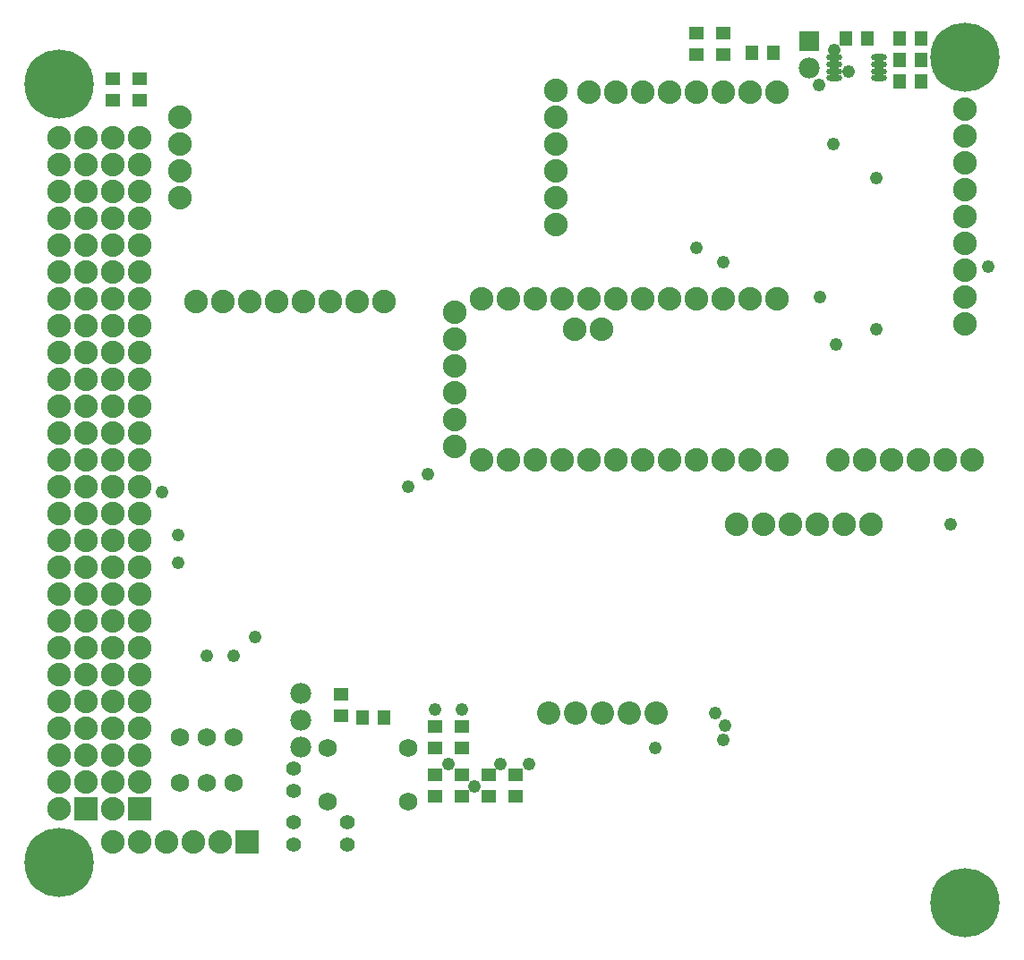
<source format=gts>
G04 Layer_Color=8388736*
%FSLAX25Y25*%
%MOIN*%
G70*
G01*
G75*
%ADD33R,0.04800X0.05800*%
%ADD34R,0.05800X0.04800*%
%ADD35O,0.05918X0.02375*%
%ADD36C,0.07800*%
%ADD37R,0.07800X0.07800*%
%ADD38C,0.08800*%
%ADD39C,0.08674*%
%ADD40C,0.05524*%
%ADD41C,0.06800*%
%ADD42R,0.08800X0.08800*%
%ADD43R,0.08800X0.08800*%
%ADD44C,0.04800*%
%ADD45C,0.25800*%
D33*
X-236500Y89000D02*
D03*
X-244500D02*
D03*
X-91500Y336500D02*
D03*
X-99500D02*
D03*
X-56500Y342000D02*
D03*
X-64500D02*
D03*
X-36500D02*
D03*
X-44500D02*
D03*
X-36500Y326000D02*
D03*
X-44500D02*
D03*
X-36500Y334000D02*
D03*
X-44500D02*
D03*
D34*
X-252500Y97500D02*
D03*
Y89500D02*
D03*
X-207500Y59500D02*
D03*
Y67500D02*
D03*
X-197500Y59500D02*
D03*
Y67500D02*
D03*
X-187500Y59500D02*
D03*
Y67500D02*
D03*
X-217500Y59500D02*
D03*
Y67500D02*
D03*
X-207500Y77500D02*
D03*
Y85500D02*
D03*
X-217500Y77500D02*
D03*
Y85500D02*
D03*
X-337500Y327000D02*
D03*
Y319000D02*
D03*
X-327500Y327000D02*
D03*
Y319000D02*
D03*
X-120000Y336000D02*
D03*
Y344000D02*
D03*
X-110000Y336000D02*
D03*
Y344000D02*
D03*
D35*
X-68768Y334839D02*
D03*
Y332279D02*
D03*
Y329720D02*
D03*
Y327161D02*
D03*
X-52232Y334839D02*
D03*
Y332279D02*
D03*
Y329720D02*
D03*
Y327161D02*
D03*
D36*
X-78000Y331000D02*
D03*
X-267500Y78000D02*
D03*
Y88000D02*
D03*
Y98000D02*
D03*
D37*
X-78000Y341000D02*
D03*
D38*
X-37500Y185000D02*
D03*
X-47500D02*
D03*
X-17500D02*
D03*
X-27500D02*
D03*
X-57500D02*
D03*
X-67500D02*
D03*
X-20000Y265500D02*
D03*
Y255500D02*
D03*
Y315500D02*
D03*
Y305500D02*
D03*
Y235500D02*
D03*
Y245500D02*
D03*
Y295500D02*
D03*
Y285500D02*
D03*
Y275500D02*
D03*
X-65000Y161000D02*
D03*
X-55000D02*
D03*
X-75000D02*
D03*
X-85000D02*
D03*
X-95000D02*
D03*
X-105000D02*
D03*
X-120000Y245000D02*
D03*
X-110000D02*
D03*
X-130000D02*
D03*
X-90000D02*
D03*
X-100000D02*
D03*
X-150000D02*
D03*
X-140000D02*
D03*
X-160000D02*
D03*
X-155500Y233500D02*
D03*
X-165500D02*
D03*
X-90000Y185000D02*
D03*
X-100000D02*
D03*
X-110000D02*
D03*
X-120000D02*
D03*
X-150000D02*
D03*
X-160000D02*
D03*
X-130000D02*
D03*
X-140000D02*
D03*
X-190000Y245000D02*
D03*
X-170000D02*
D03*
X-180000D02*
D03*
X-200000D02*
D03*
X-210000Y240000D02*
D03*
Y220000D02*
D03*
Y230000D02*
D03*
X-190000Y185000D02*
D03*
X-180000D02*
D03*
X-200000D02*
D03*
X-170000D02*
D03*
X-210000Y210000D02*
D03*
Y190000D02*
D03*
Y200000D02*
D03*
X-266500Y244000D02*
D03*
X-256500D02*
D03*
X-306500D02*
D03*
X-296500D02*
D03*
X-236500D02*
D03*
X-246500D02*
D03*
X-286500D02*
D03*
X-276500D02*
D03*
X-100000Y322000D02*
D03*
X-90000D02*
D03*
X-130000D02*
D03*
X-110000D02*
D03*
X-120000D02*
D03*
X-140000D02*
D03*
X-150000D02*
D03*
X-160000D02*
D03*
X-172500Y322500D02*
D03*
Y312500D02*
D03*
Y302500D02*
D03*
Y272500D02*
D03*
Y292500D02*
D03*
Y282500D02*
D03*
X-312500Y312500D02*
D03*
Y302500D02*
D03*
Y292500D02*
D03*
Y282500D02*
D03*
X-307500Y42500D02*
D03*
X-297500D02*
D03*
X-317500D02*
D03*
X-327500D02*
D03*
X-337500D02*
D03*
Y55000D02*
D03*
X-327500Y65000D02*
D03*
X-337500D02*
D03*
X-327500Y75000D02*
D03*
X-337500D02*
D03*
X-327500Y85000D02*
D03*
X-337500D02*
D03*
X-327500Y95000D02*
D03*
X-337500D02*
D03*
X-327500Y105000D02*
D03*
X-337500D02*
D03*
X-327500Y115000D02*
D03*
X-337500D02*
D03*
X-327500Y125000D02*
D03*
X-337500D02*
D03*
X-327500Y135000D02*
D03*
X-337500D02*
D03*
X-327500Y145000D02*
D03*
X-337500D02*
D03*
X-327500Y155000D02*
D03*
X-337500D02*
D03*
X-327500Y165000D02*
D03*
X-337500D02*
D03*
X-327500Y175000D02*
D03*
X-337500D02*
D03*
X-327500Y185000D02*
D03*
X-337500D02*
D03*
X-327500Y195000D02*
D03*
X-337500D02*
D03*
X-327500Y205000D02*
D03*
X-337500D02*
D03*
X-327500Y215000D02*
D03*
X-337500D02*
D03*
X-327500Y225000D02*
D03*
X-337500D02*
D03*
X-327500Y235000D02*
D03*
X-337500D02*
D03*
X-327500Y245000D02*
D03*
X-337500D02*
D03*
X-327500Y255000D02*
D03*
X-337500D02*
D03*
X-327500Y265000D02*
D03*
X-337500D02*
D03*
X-327500Y275000D02*
D03*
X-337500D02*
D03*
X-327500Y285000D02*
D03*
X-337500D02*
D03*
X-327500Y295000D02*
D03*
X-337500D02*
D03*
Y305000D02*
D03*
X-327500D02*
D03*
X-357500Y55000D02*
D03*
X-347500Y65000D02*
D03*
X-357500D02*
D03*
X-347500Y75000D02*
D03*
X-357500D02*
D03*
X-347500Y85000D02*
D03*
X-357500D02*
D03*
X-347500Y95000D02*
D03*
X-357500D02*
D03*
X-347500Y105000D02*
D03*
X-357500D02*
D03*
X-347500Y115000D02*
D03*
X-357500D02*
D03*
X-347500Y125000D02*
D03*
X-357500D02*
D03*
X-347500Y135000D02*
D03*
X-357500D02*
D03*
X-347500Y145000D02*
D03*
X-357500D02*
D03*
X-347500Y155000D02*
D03*
X-357500D02*
D03*
X-347500Y165000D02*
D03*
X-357500D02*
D03*
X-347500Y175000D02*
D03*
X-357500D02*
D03*
X-347500Y185000D02*
D03*
X-357500D02*
D03*
X-347500Y195000D02*
D03*
X-357500D02*
D03*
X-347500Y205000D02*
D03*
X-357500D02*
D03*
X-347500Y215000D02*
D03*
X-357500D02*
D03*
X-347500Y225000D02*
D03*
X-357500D02*
D03*
X-347500Y235000D02*
D03*
X-357500D02*
D03*
X-347500Y245000D02*
D03*
X-357500D02*
D03*
X-347500Y255000D02*
D03*
X-357500D02*
D03*
X-347500Y265000D02*
D03*
X-357500D02*
D03*
X-347500Y275000D02*
D03*
X-357500D02*
D03*
X-347500Y285000D02*
D03*
X-357500D02*
D03*
X-347500Y295000D02*
D03*
X-357500D02*
D03*
Y305000D02*
D03*
X-347500D02*
D03*
D39*
X-175000Y90500D02*
D03*
X-165000D02*
D03*
X-155000D02*
D03*
X-145000D02*
D03*
X-135000D02*
D03*
D40*
X-270000Y70000D02*
D03*
Y61732D02*
D03*
X-250000Y50000D02*
D03*
Y41732D02*
D03*
X-270000Y50000D02*
D03*
Y41732D02*
D03*
D41*
X-227500Y77500D02*
D03*
Y57500D02*
D03*
X-257500Y77500D02*
D03*
Y57500D02*
D03*
X-292500Y64700D02*
D03*
X-302500D02*
D03*
X-312500D02*
D03*
X-292500Y81500D02*
D03*
X-302500D02*
D03*
X-312500D02*
D03*
D42*
X-287500Y42500D02*
D03*
D43*
X-327500Y55000D02*
D03*
X-347500D02*
D03*
D44*
X-193000Y71500D02*
D03*
X-20000Y29500D02*
D03*
Y10500D02*
D03*
X-28000Y25000D02*
D03*
Y15000D02*
D03*
X-12000Y25000D02*
D03*
Y15000D02*
D03*
X-20000Y344500D02*
D03*
Y325500D02*
D03*
X-28000Y340000D02*
D03*
Y330000D02*
D03*
X-12000Y340000D02*
D03*
Y330000D02*
D03*
X-357500Y334500D02*
D03*
Y315500D02*
D03*
X-365500Y330000D02*
D03*
Y320000D02*
D03*
X-349500Y330000D02*
D03*
Y320000D02*
D03*
X-357400Y44500D02*
D03*
Y25500D02*
D03*
X-365400Y40000D02*
D03*
Y30000D02*
D03*
X-349400Y40000D02*
D03*
Y30000D02*
D03*
X-207500Y92000D02*
D03*
X-217500D02*
D03*
X-319000Y173000D02*
D03*
X-212500Y71500D02*
D03*
X-220000Y179500D02*
D03*
X-227500Y175000D02*
D03*
X-202899Y63359D02*
D03*
X-182500Y71500D02*
D03*
X-313000Y157000D02*
D03*
Y146500D02*
D03*
X-63610Y329610D02*
D03*
X-74500Y324500D02*
D03*
X-11500Y257000D02*
D03*
X-135500Y77500D02*
D03*
X-113000Y90500D02*
D03*
X-68000Y228000D02*
D03*
X-53000Y233500D02*
D03*
X-109500Y86000D02*
D03*
X-110000Y80500D02*
D03*
X-284500Y119000D02*
D03*
X-292500Y112000D02*
D03*
X-302500D02*
D03*
X-53000Y290000D02*
D03*
X-69000Y302500D02*
D03*
X-68768Y337732D02*
D03*
X-25500Y161000D02*
D03*
X-110000Y258500D02*
D03*
X-120000Y264000D02*
D03*
X-74000Y245500D02*
D03*
D45*
X-357500Y325000D02*
D03*
X-20000Y335000D02*
D03*
Y20000D02*
D03*
X-357500Y35000D02*
D03*
M02*

</source>
